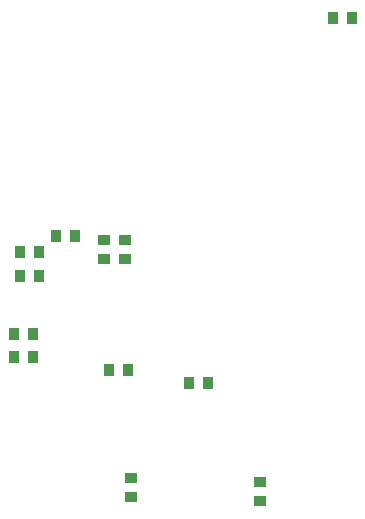
<source format=gbp>
G04*
G04 #@! TF.GenerationSoftware,Altium Limited,Altium Designer,18.1.7 (191)*
G04*
G04 Layer_Color=128*
%FSLAX25Y25*%
%MOIN*%
G70*
G01*
G75*
%ADD17R,0.03543X0.03937*%
%ADD23R,0.03937X0.03543*%
D17*
X204150Y176014D02*
D03*
X197850D02*
D03*
X302201Y262000D02*
D03*
X308500D02*
D03*
X216281Y189432D02*
D03*
X209982D02*
D03*
X197850Y184014D02*
D03*
X204150D02*
D03*
X195980Y156691D02*
D03*
X202280D02*
D03*
X254350Y140500D02*
D03*
X260650D02*
D03*
X227701Y144841D02*
D03*
X234000D02*
D03*
X202280Y149191D02*
D03*
X195980D02*
D03*
D23*
X234922Y108650D02*
D03*
Y102350D02*
D03*
X278000Y107299D02*
D03*
Y101000D02*
D03*
X226000Y188150D02*
D03*
Y181850D02*
D03*
X233000D02*
D03*
Y188150D02*
D03*
M02*

</source>
